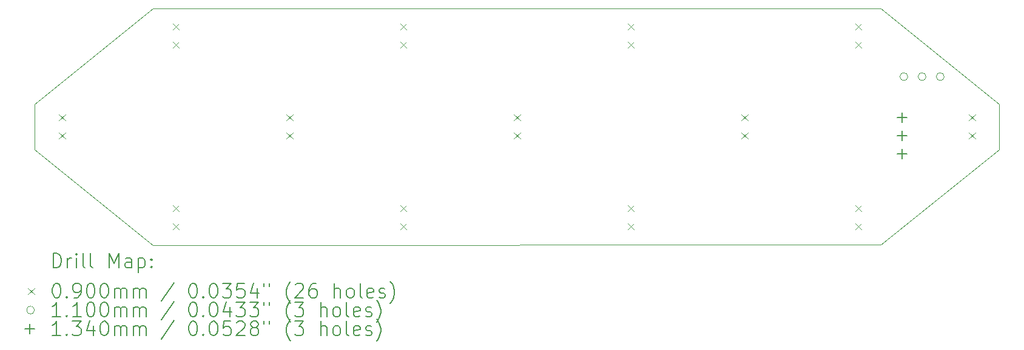
<source format=gbr>
%TF.GenerationSoftware,KiCad,Pcbnew,7.0.10*%
%TF.CreationDate,2024-10-31T16:24:40-04:00*%
%TF.ProjectId,segment,7365676d-656e-4742-9e6b-696361645f70,rev?*%
%TF.SameCoordinates,Original*%
%TF.FileFunction,Drillmap*%
%TF.FilePolarity,Positive*%
%FSLAX45Y45*%
G04 Gerber Fmt 4.5, Leading zero omitted, Abs format (unit mm)*
G04 Created by KiCad (PCBNEW 7.0.10) date 2024-10-31 16:24:40*
%MOMM*%
%LPD*%
G01*
G04 APERTURE LIST*
%ADD10C,0.100000*%
%ADD11C,0.200000*%
%ADD12C,0.110000*%
%ADD13C,0.134000*%
G04 APERTURE END LIST*
D10*
X19177000Y-9969500D02*
X19177000Y-10604500D01*
X17526000Y-11938000D01*
X7366000Y-11943000D01*
X5715000Y-10604500D01*
X5715000Y-9969500D01*
X7366000Y-8636000D01*
X17526000Y-8636000D01*
X19177000Y-9969500D01*
D11*
D10*
X6051000Y-10115000D02*
X6141000Y-10205000D01*
X6141000Y-10115000D02*
X6051000Y-10205000D01*
X6051000Y-10369000D02*
X6141000Y-10459000D01*
X6141000Y-10369000D02*
X6051000Y-10459000D01*
X7638500Y-8845000D02*
X7728500Y-8935000D01*
X7728500Y-8845000D02*
X7638500Y-8935000D01*
X7638500Y-9099000D02*
X7728500Y-9189000D01*
X7728500Y-9099000D02*
X7638500Y-9189000D01*
X7638500Y-11385000D02*
X7728500Y-11475000D01*
X7728500Y-11385000D02*
X7638500Y-11475000D01*
X7638500Y-11639000D02*
X7728500Y-11729000D01*
X7728500Y-11639000D02*
X7638500Y-11729000D01*
X9226000Y-10115000D02*
X9316000Y-10205000D01*
X9316000Y-10115000D02*
X9226000Y-10205000D01*
X9226000Y-10369000D02*
X9316000Y-10459000D01*
X9316000Y-10369000D02*
X9226000Y-10459000D01*
X10813500Y-8845000D02*
X10903500Y-8935000D01*
X10903500Y-8845000D02*
X10813500Y-8935000D01*
X10813500Y-9099000D02*
X10903500Y-9189000D01*
X10903500Y-9099000D02*
X10813500Y-9189000D01*
X10813500Y-11385000D02*
X10903500Y-11475000D01*
X10903500Y-11385000D02*
X10813500Y-11475000D01*
X10813500Y-11639000D02*
X10903500Y-11729000D01*
X10903500Y-11639000D02*
X10813500Y-11729000D01*
X12401000Y-10115000D02*
X12491000Y-10205000D01*
X12491000Y-10115000D02*
X12401000Y-10205000D01*
X12401000Y-10369000D02*
X12491000Y-10459000D01*
X12491000Y-10369000D02*
X12401000Y-10459000D01*
X13988500Y-8845000D02*
X14078500Y-8935000D01*
X14078500Y-8845000D02*
X13988500Y-8935000D01*
X13988500Y-9099000D02*
X14078500Y-9189000D01*
X14078500Y-9099000D02*
X13988500Y-9189000D01*
X13988500Y-11385000D02*
X14078500Y-11475000D01*
X14078500Y-11385000D02*
X13988500Y-11475000D01*
X13988500Y-11639000D02*
X14078500Y-11729000D01*
X14078500Y-11639000D02*
X13988500Y-11729000D01*
X15576000Y-10115000D02*
X15666000Y-10205000D01*
X15666000Y-10115000D02*
X15576000Y-10205000D01*
X15576000Y-10369000D02*
X15666000Y-10459000D01*
X15666000Y-10369000D02*
X15576000Y-10459000D01*
X17163500Y-8845000D02*
X17253500Y-8935000D01*
X17253500Y-8845000D02*
X17163500Y-8935000D01*
X17163500Y-9099000D02*
X17253500Y-9189000D01*
X17253500Y-9099000D02*
X17163500Y-9189000D01*
X17163500Y-11385000D02*
X17253500Y-11475000D01*
X17253500Y-11385000D02*
X17163500Y-11475000D01*
X17163500Y-11639000D02*
X17253500Y-11729000D01*
X17253500Y-11639000D02*
X17163500Y-11729000D01*
X18751000Y-10115000D02*
X18841000Y-10205000D01*
X18841000Y-10115000D02*
X18751000Y-10205000D01*
X18751000Y-10369000D02*
X18841000Y-10459000D01*
X18841000Y-10369000D02*
X18751000Y-10459000D01*
D12*
X17898500Y-9588500D02*
G75*
G03*
X17788500Y-9588500I-55000J0D01*
G01*
X17788500Y-9588500D02*
G75*
G03*
X17898500Y-9588500I55000J0D01*
G01*
X18152500Y-9588500D02*
G75*
G03*
X18042500Y-9588500I-55000J0D01*
G01*
X18042500Y-9588500D02*
G75*
G03*
X18152500Y-9588500I55000J0D01*
G01*
X18406500Y-9588500D02*
G75*
G03*
X18296500Y-9588500I-55000J0D01*
G01*
X18296500Y-9588500D02*
G75*
G03*
X18406500Y-9588500I55000J0D01*
G01*
D13*
X17817450Y-10093000D02*
X17817450Y-10227000D01*
X17750450Y-10160000D02*
X17884450Y-10160000D01*
X17817450Y-10347000D02*
X17817450Y-10481000D01*
X17750450Y-10414000D02*
X17884450Y-10414000D01*
X17817450Y-10601000D02*
X17817450Y-10735000D01*
X17750450Y-10668000D02*
X17884450Y-10668000D01*
D11*
X5970777Y-12259484D02*
X5970777Y-12059484D01*
X5970777Y-12059484D02*
X6018396Y-12059484D01*
X6018396Y-12059484D02*
X6046967Y-12069008D01*
X6046967Y-12069008D02*
X6066015Y-12088055D01*
X6066015Y-12088055D02*
X6075539Y-12107103D01*
X6075539Y-12107103D02*
X6085062Y-12145198D01*
X6085062Y-12145198D02*
X6085062Y-12173769D01*
X6085062Y-12173769D02*
X6075539Y-12211865D01*
X6075539Y-12211865D02*
X6066015Y-12230912D01*
X6066015Y-12230912D02*
X6046967Y-12249960D01*
X6046967Y-12249960D02*
X6018396Y-12259484D01*
X6018396Y-12259484D02*
X5970777Y-12259484D01*
X6170777Y-12259484D02*
X6170777Y-12126150D01*
X6170777Y-12164246D02*
X6180301Y-12145198D01*
X6180301Y-12145198D02*
X6189824Y-12135674D01*
X6189824Y-12135674D02*
X6208872Y-12126150D01*
X6208872Y-12126150D02*
X6227920Y-12126150D01*
X6294586Y-12259484D02*
X6294586Y-12126150D01*
X6294586Y-12059484D02*
X6285062Y-12069008D01*
X6285062Y-12069008D02*
X6294586Y-12078531D01*
X6294586Y-12078531D02*
X6304110Y-12069008D01*
X6304110Y-12069008D02*
X6294586Y-12059484D01*
X6294586Y-12059484D02*
X6294586Y-12078531D01*
X6418396Y-12259484D02*
X6399348Y-12249960D01*
X6399348Y-12249960D02*
X6389824Y-12230912D01*
X6389824Y-12230912D02*
X6389824Y-12059484D01*
X6523158Y-12259484D02*
X6504110Y-12249960D01*
X6504110Y-12249960D02*
X6494586Y-12230912D01*
X6494586Y-12230912D02*
X6494586Y-12059484D01*
X6751729Y-12259484D02*
X6751729Y-12059484D01*
X6751729Y-12059484D02*
X6818396Y-12202341D01*
X6818396Y-12202341D02*
X6885062Y-12059484D01*
X6885062Y-12059484D02*
X6885062Y-12259484D01*
X7066015Y-12259484D02*
X7066015Y-12154722D01*
X7066015Y-12154722D02*
X7056491Y-12135674D01*
X7056491Y-12135674D02*
X7037443Y-12126150D01*
X7037443Y-12126150D02*
X6999348Y-12126150D01*
X6999348Y-12126150D02*
X6980301Y-12135674D01*
X7066015Y-12249960D02*
X7046967Y-12259484D01*
X7046967Y-12259484D02*
X6999348Y-12259484D01*
X6999348Y-12259484D02*
X6980301Y-12249960D01*
X6980301Y-12249960D02*
X6970777Y-12230912D01*
X6970777Y-12230912D02*
X6970777Y-12211865D01*
X6970777Y-12211865D02*
X6980301Y-12192817D01*
X6980301Y-12192817D02*
X6999348Y-12183293D01*
X6999348Y-12183293D02*
X7046967Y-12183293D01*
X7046967Y-12183293D02*
X7066015Y-12173769D01*
X7161253Y-12126150D02*
X7161253Y-12326150D01*
X7161253Y-12135674D02*
X7180301Y-12126150D01*
X7180301Y-12126150D02*
X7218396Y-12126150D01*
X7218396Y-12126150D02*
X7237443Y-12135674D01*
X7237443Y-12135674D02*
X7246967Y-12145198D01*
X7246967Y-12145198D02*
X7256491Y-12164246D01*
X7256491Y-12164246D02*
X7256491Y-12221388D01*
X7256491Y-12221388D02*
X7246967Y-12240436D01*
X7246967Y-12240436D02*
X7237443Y-12249960D01*
X7237443Y-12249960D02*
X7218396Y-12259484D01*
X7218396Y-12259484D02*
X7180301Y-12259484D01*
X7180301Y-12259484D02*
X7161253Y-12249960D01*
X7342205Y-12240436D02*
X7351729Y-12249960D01*
X7351729Y-12249960D02*
X7342205Y-12259484D01*
X7342205Y-12259484D02*
X7332682Y-12249960D01*
X7332682Y-12249960D02*
X7342205Y-12240436D01*
X7342205Y-12240436D02*
X7342205Y-12259484D01*
X7342205Y-12135674D02*
X7351729Y-12145198D01*
X7351729Y-12145198D02*
X7342205Y-12154722D01*
X7342205Y-12154722D02*
X7332682Y-12145198D01*
X7332682Y-12145198D02*
X7342205Y-12135674D01*
X7342205Y-12135674D02*
X7342205Y-12154722D01*
D10*
X5620000Y-12543000D02*
X5710000Y-12633000D01*
X5710000Y-12543000D02*
X5620000Y-12633000D01*
D11*
X6008872Y-12479484D02*
X6027920Y-12479484D01*
X6027920Y-12479484D02*
X6046967Y-12489008D01*
X6046967Y-12489008D02*
X6056491Y-12498531D01*
X6056491Y-12498531D02*
X6066015Y-12517579D01*
X6066015Y-12517579D02*
X6075539Y-12555674D01*
X6075539Y-12555674D02*
X6075539Y-12603293D01*
X6075539Y-12603293D02*
X6066015Y-12641388D01*
X6066015Y-12641388D02*
X6056491Y-12660436D01*
X6056491Y-12660436D02*
X6046967Y-12669960D01*
X6046967Y-12669960D02*
X6027920Y-12679484D01*
X6027920Y-12679484D02*
X6008872Y-12679484D01*
X6008872Y-12679484D02*
X5989824Y-12669960D01*
X5989824Y-12669960D02*
X5980301Y-12660436D01*
X5980301Y-12660436D02*
X5970777Y-12641388D01*
X5970777Y-12641388D02*
X5961253Y-12603293D01*
X5961253Y-12603293D02*
X5961253Y-12555674D01*
X5961253Y-12555674D02*
X5970777Y-12517579D01*
X5970777Y-12517579D02*
X5980301Y-12498531D01*
X5980301Y-12498531D02*
X5989824Y-12489008D01*
X5989824Y-12489008D02*
X6008872Y-12479484D01*
X6161253Y-12660436D02*
X6170777Y-12669960D01*
X6170777Y-12669960D02*
X6161253Y-12679484D01*
X6161253Y-12679484D02*
X6151729Y-12669960D01*
X6151729Y-12669960D02*
X6161253Y-12660436D01*
X6161253Y-12660436D02*
X6161253Y-12679484D01*
X6266015Y-12679484D02*
X6304110Y-12679484D01*
X6304110Y-12679484D02*
X6323158Y-12669960D01*
X6323158Y-12669960D02*
X6332682Y-12660436D01*
X6332682Y-12660436D02*
X6351729Y-12631865D01*
X6351729Y-12631865D02*
X6361253Y-12593769D01*
X6361253Y-12593769D02*
X6361253Y-12517579D01*
X6361253Y-12517579D02*
X6351729Y-12498531D01*
X6351729Y-12498531D02*
X6342205Y-12489008D01*
X6342205Y-12489008D02*
X6323158Y-12479484D01*
X6323158Y-12479484D02*
X6285062Y-12479484D01*
X6285062Y-12479484D02*
X6266015Y-12489008D01*
X6266015Y-12489008D02*
X6256491Y-12498531D01*
X6256491Y-12498531D02*
X6246967Y-12517579D01*
X6246967Y-12517579D02*
X6246967Y-12565198D01*
X6246967Y-12565198D02*
X6256491Y-12584246D01*
X6256491Y-12584246D02*
X6266015Y-12593769D01*
X6266015Y-12593769D02*
X6285062Y-12603293D01*
X6285062Y-12603293D02*
X6323158Y-12603293D01*
X6323158Y-12603293D02*
X6342205Y-12593769D01*
X6342205Y-12593769D02*
X6351729Y-12584246D01*
X6351729Y-12584246D02*
X6361253Y-12565198D01*
X6485062Y-12479484D02*
X6504110Y-12479484D01*
X6504110Y-12479484D02*
X6523158Y-12489008D01*
X6523158Y-12489008D02*
X6532682Y-12498531D01*
X6532682Y-12498531D02*
X6542205Y-12517579D01*
X6542205Y-12517579D02*
X6551729Y-12555674D01*
X6551729Y-12555674D02*
X6551729Y-12603293D01*
X6551729Y-12603293D02*
X6542205Y-12641388D01*
X6542205Y-12641388D02*
X6532682Y-12660436D01*
X6532682Y-12660436D02*
X6523158Y-12669960D01*
X6523158Y-12669960D02*
X6504110Y-12679484D01*
X6504110Y-12679484D02*
X6485062Y-12679484D01*
X6485062Y-12679484D02*
X6466015Y-12669960D01*
X6466015Y-12669960D02*
X6456491Y-12660436D01*
X6456491Y-12660436D02*
X6446967Y-12641388D01*
X6446967Y-12641388D02*
X6437443Y-12603293D01*
X6437443Y-12603293D02*
X6437443Y-12555674D01*
X6437443Y-12555674D02*
X6446967Y-12517579D01*
X6446967Y-12517579D02*
X6456491Y-12498531D01*
X6456491Y-12498531D02*
X6466015Y-12489008D01*
X6466015Y-12489008D02*
X6485062Y-12479484D01*
X6675539Y-12479484D02*
X6694586Y-12479484D01*
X6694586Y-12479484D02*
X6713634Y-12489008D01*
X6713634Y-12489008D02*
X6723158Y-12498531D01*
X6723158Y-12498531D02*
X6732682Y-12517579D01*
X6732682Y-12517579D02*
X6742205Y-12555674D01*
X6742205Y-12555674D02*
X6742205Y-12603293D01*
X6742205Y-12603293D02*
X6732682Y-12641388D01*
X6732682Y-12641388D02*
X6723158Y-12660436D01*
X6723158Y-12660436D02*
X6713634Y-12669960D01*
X6713634Y-12669960D02*
X6694586Y-12679484D01*
X6694586Y-12679484D02*
X6675539Y-12679484D01*
X6675539Y-12679484D02*
X6656491Y-12669960D01*
X6656491Y-12669960D02*
X6646967Y-12660436D01*
X6646967Y-12660436D02*
X6637443Y-12641388D01*
X6637443Y-12641388D02*
X6627920Y-12603293D01*
X6627920Y-12603293D02*
X6627920Y-12555674D01*
X6627920Y-12555674D02*
X6637443Y-12517579D01*
X6637443Y-12517579D02*
X6646967Y-12498531D01*
X6646967Y-12498531D02*
X6656491Y-12489008D01*
X6656491Y-12489008D02*
X6675539Y-12479484D01*
X6827920Y-12679484D02*
X6827920Y-12546150D01*
X6827920Y-12565198D02*
X6837443Y-12555674D01*
X6837443Y-12555674D02*
X6856491Y-12546150D01*
X6856491Y-12546150D02*
X6885063Y-12546150D01*
X6885063Y-12546150D02*
X6904110Y-12555674D01*
X6904110Y-12555674D02*
X6913634Y-12574722D01*
X6913634Y-12574722D02*
X6913634Y-12679484D01*
X6913634Y-12574722D02*
X6923158Y-12555674D01*
X6923158Y-12555674D02*
X6942205Y-12546150D01*
X6942205Y-12546150D02*
X6970777Y-12546150D01*
X6970777Y-12546150D02*
X6989824Y-12555674D01*
X6989824Y-12555674D02*
X6999348Y-12574722D01*
X6999348Y-12574722D02*
X6999348Y-12679484D01*
X7094586Y-12679484D02*
X7094586Y-12546150D01*
X7094586Y-12565198D02*
X7104110Y-12555674D01*
X7104110Y-12555674D02*
X7123158Y-12546150D01*
X7123158Y-12546150D02*
X7151729Y-12546150D01*
X7151729Y-12546150D02*
X7170777Y-12555674D01*
X7170777Y-12555674D02*
X7180301Y-12574722D01*
X7180301Y-12574722D02*
X7180301Y-12679484D01*
X7180301Y-12574722D02*
X7189824Y-12555674D01*
X7189824Y-12555674D02*
X7208872Y-12546150D01*
X7208872Y-12546150D02*
X7237443Y-12546150D01*
X7237443Y-12546150D02*
X7256491Y-12555674D01*
X7256491Y-12555674D02*
X7266015Y-12574722D01*
X7266015Y-12574722D02*
X7266015Y-12679484D01*
X7656491Y-12469960D02*
X7485063Y-12727103D01*
X7913634Y-12479484D02*
X7932682Y-12479484D01*
X7932682Y-12479484D02*
X7951729Y-12489008D01*
X7951729Y-12489008D02*
X7961253Y-12498531D01*
X7961253Y-12498531D02*
X7970777Y-12517579D01*
X7970777Y-12517579D02*
X7980301Y-12555674D01*
X7980301Y-12555674D02*
X7980301Y-12603293D01*
X7980301Y-12603293D02*
X7970777Y-12641388D01*
X7970777Y-12641388D02*
X7961253Y-12660436D01*
X7961253Y-12660436D02*
X7951729Y-12669960D01*
X7951729Y-12669960D02*
X7932682Y-12679484D01*
X7932682Y-12679484D02*
X7913634Y-12679484D01*
X7913634Y-12679484D02*
X7894586Y-12669960D01*
X7894586Y-12669960D02*
X7885063Y-12660436D01*
X7885063Y-12660436D02*
X7875539Y-12641388D01*
X7875539Y-12641388D02*
X7866015Y-12603293D01*
X7866015Y-12603293D02*
X7866015Y-12555674D01*
X7866015Y-12555674D02*
X7875539Y-12517579D01*
X7875539Y-12517579D02*
X7885063Y-12498531D01*
X7885063Y-12498531D02*
X7894586Y-12489008D01*
X7894586Y-12489008D02*
X7913634Y-12479484D01*
X8066015Y-12660436D02*
X8075539Y-12669960D01*
X8075539Y-12669960D02*
X8066015Y-12679484D01*
X8066015Y-12679484D02*
X8056491Y-12669960D01*
X8056491Y-12669960D02*
X8066015Y-12660436D01*
X8066015Y-12660436D02*
X8066015Y-12679484D01*
X8199348Y-12479484D02*
X8218396Y-12479484D01*
X8218396Y-12479484D02*
X8237444Y-12489008D01*
X8237444Y-12489008D02*
X8246967Y-12498531D01*
X8246967Y-12498531D02*
X8256491Y-12517579D01*
X8256491Y-12517579D02*
X8266015Y-12555674D01*
X8266015Y-12555674D02*
X8266015Y-12603293D01*
X8266015Y-12603293D02*
X8256491Y-12641388D01*
X8256491Y-12641388D02*
X8246967Y-12660436D01*
X8246967Y-12660436D02*
X8237444Y-12669960D01*
X8237444Y-12669960D02*
X8218396Y-12679484D01*
X8218396Y-12679484D02*
X8199348Y-12679484D01*
X8199348Y-12679484D02*
X8180301Y-12669960D01*
X8180301Y-12669960D02*
X8170777Y-12660436D01*
X8170777Y-12660436D02*
X8161253Y-12641388D01*
X8161253Y-12641388D02*
X8151729Y-12603293D01*
X8151729Y-12603293D02*
X8151729Y-12555674D01*
X8151729Y-12555674D02*
X8161253Y-12517579D01*
X8161253Y-12517579D02*
X8170777Y-12498531D01*
X8170777Y-12498531D02*
X8180301Y-12489008D01*
X8180301Y-12489008D02*
X8199348Y-12479484D01*
X8332682Y-12479484D02*
X8456491Y-12479484D01*
X8456491Y-12479484D02*
X8389825Y-12555674D01*
X8389825Y-12555674D02*
X8418396Y-12555674D01*
X8418396Y-12555674D02*
X8437444Y-12565198D01*
X8437444Y-12565198D02*
X8446968Y-12574722D01*
X8446968Y-12574722D02*
X8456491Y-12593769D01*
X8456491Y-12593769D02*
X8456491Y-12641388D01*
X8456491Y-12641388D02*
X8446968Y-12660436D01*
X8446968Y-12660436D02*
X8437444Y-12669960D01*
X8437444Y-12669960D02*
X8418396Y-12679484D01*
X8418396Y-12679484D02*
X8361253Y-12679484D01*
X8361253Y-12679484D02*
X8342206Y-12669960D01*
X8342206Y-12669960D02*
X8332682Y-12660436D01*
X8637444Y-12479484D02*
X8542206Y-12479484D01*
X8542206Y-12479484D02*
X8532682Y-12574722D01*
X8532682Y-12574722D02*
X8542206Y-12565198D01*
X8542206Y-12565198D02*
X8561253Y-12555674D01*
X8561253Y-12555674D02*
X8608872Y-12555674D01*
X8608872Y-12555674D02*
X8627920Y-12565198D01*
X8627920Y-12565198D02*
X8637444Y-12574722D01*
X8637444Y-12574722D02*
X8646968Y-12593769D01*
X8646968Y-12593769D02*
X8646968Y-12641388D01*
X8646968Y-12641388D02*
X8637444Y-12660436D01*
X8637444Y-12660436D02*
X8627920Y-12669960D01*
X8627920Y-12669960D02*
X8608872Y-12679484D01*
X8608872Y-12679484D02*
X8561253Y-12679484D01*
X8561253Y-12679484D02*
X8542206Y-12669960D01*
X8542206Y-12669960D02*
X8532682Y-12660436D01*
X8818396Y-12546150D02*
X8818396Y-12679484D01*
X8770777Y-12469960D02*
X8723158Y-12612817D01*
X8723158Y-12612817D02*
X8846968Y-12612817D01*
X8913634Y-12479484D02*
X8913634Y-12517579D01*
X8989825Y-12479484D02*
X8989825Y-12517579D01*
X9285063Y-12755674D02*
X9275539Y-12746150D01*
X9275539Y-12746150D02*
X9256491Y-12717579D01*
X9256491Y-12717579D02*
X9246968Y-12698531D01*
X9246968Y-12698531D02*
X9237444Y-12669960D01*
X9237444Y-12669960D02*
X9227920Y-12622341D01*
X9227920Y-12622341D02*
X9227920Y-12584246D01*
X9227920Y-12584246D02*
X9237444Y-12536627D01*
X9237444Y-12536627D02*
X9246968Y-12508055D01*
X9246968Y-12508055D02*
X9256491Y-12489008D01*
X9256491Y-12489008D02*
X9275539Y-12460436D01*
X9275539Y-12460436D02*
X9285063Y-12450912D01*
X9351730Y-12498531D02*
X9361253Y-12489008D01*
X9361253Y-12489008D02*
X9380301Y-12479484D01*
X9380301Y-12479484D02*
X9427920Y-12479484D01*
X9427920Y-12479484D02*
X9446968Y-12489008D01*
X9446968Y-12489008D02*
X9456491Y-12498531D01*
X9456491Y-12498531D02*
X9466015Y-12517579D01*
X9466015Y-12517579D02*
X9466015Y-12536627D01*
X9466015Y-12536627D02*
X9456491Y-12565198D01*
X9456491Y-12565198D02*
X9342206Y-12679484D01*
X9342206Y-12679484D02*
X9466015Y-12679484D01*
X9637444Y-12479484D02*
X9599349Y-12479484D01*
X9599349Y-12479484D02*
X9580301Y-12489008D01*
X9580301Y-12489008D02*
X9570777Y-12498531D01*
X9570777Y-12498531D02*
X9551730Y-12527103D01*
X9551730Y-12527103D02*
X9542206Y-12565198D01*
X9542206Y-12565198D02*
X9542206Y-12641388D01*
X9542206Y-12641388D02*
X9551730Y-12660436D01*
X9551730Y-12660436D02*
X9561253Y-12669960D01*
X9561253Y-12669960D02*
X9580301Y-12679484D01*
X9580301Y-12679484D02*
X9618396Y-12679484D01*
X9618396Y-12679484D02*
X9637444Y-12669960D01*
X9637444Y-12669960D02*
X9646968Y-12660436D01*
X9646968Y-12660436D02*
X9656491Y-12641388D01*
X9656491Y-12641388D02*
X9656491Y-12593769D01*
X9656491Y-12593769D02*
X9646968Y-12574722D01*
X9646968Y-12574722D02*
X9637444Y-12565198D01*
X9637444Y-12565198D02*
X9618396Y-12555674D01*
X9618396Y-12555674D02*
X9580301Y-12555674D01*
X9580301Y-12555674D02*
X9561253Y-12565198D01*
X9561253Y-12565198D02*
X9551730Y-12574722D01*
X9551730Y-12574722D02*
X9542206Y-12593769D01*
X9894587Y-12679484D02*
X9894587Y-12479484D01*
X9980301Y-12679484D02*
X9980301Y-12574722D01*
X9980301Y-12574722D02*
X9970777Y-12555674D01*
X9970777Y-12555674D02*
X9951730Y-12546150D01*
X9951730Y-12546150D02*
X9923158Y-12546150D01*
X9923158Y-12546150D02*
X9904111Y-12555674D01*
X9904111Y-12555674D02*
X9894587Y-12565198D01*
X10104111Y-12679484D02*
X10085063Y-12669960D01*
X10085063Y-12669960D02*
X10075539Y-12660436D01*
X10075539Y-12660436D02*
X10066015Y-12641388D01*
X10066015Y-12641388D02*
X10066015Y-12584246D01*
X10066015Y-12584246D02*
X10075539Y-12565198D01*
X10075539Y-12565198D02*
X10085063Y-12555674D01*
X10085063Y-12555674D02*
X10104111Y-12546150D01*
X10104111Y-12546150D02*
X10132682Y-12546150D01*
X10132682Y-12546150D02*
X10151730Y-12555674D01*
X10151730Y-12555674D02*
X10161253Y-12565198D01*
X10161253Y-12565198D02*
X10170777Y-12584246D01*
X10170777Y-12584246D02*
X10170777Y-12641388D01*
X10170777Y-12641388D02*
X10161253Y-12660436D01*
X10161253Y-12660436D02*
X10151730Y-12669960D01*
X10151730Y-12669960D02*
X10132682Y-12679484D01*
X10132682Y-12679484D02*
X10104111Y-12679484D01*
X10285063Y-12679484D02*
X10266015Y-12669960D01*
X10266015Y-12669960D02*
X10256492Y-12650912D01*
X10256492Y-12650912D02*
X10256492Y-12479484D01*
X10437444Y-12669960D02*
X10418396Y-12679484D01*
X10418396Y-12679484D02*
X10380301Y-12679484D01*
X10380301Y-12679484D02*
X10361253Y-12669960D01*
X10361253Y-12669960D02*
X10351730Y-12650912D01*
X10351730Y-12650912D02*
X10351730Y-12574722D01*
X10351730Y-12574722D02*
X10361253Y-12555674D01*
X10361253Y-12555674D02*
X10380301Y-12546150D01*
X10380301Y-12546150D02*
X10418396Y-12546150D01*
X10418396Y-12546150D02*
X10437444Y-12555674D01*
X10437444Y-12555674D02*
X10446968Y-12574722D01*
X10446968Y-12574722D02*
X10446968Y-12593769D01*
X10446968Y-12593769D02*
X10351730Y-12612817D01*
X10523158Y-12669960D02*
X10542206Y-12679484D01*
X10542206Y-12679484D02*
X10580301Y-12679484D01*
X10580301Y-12679484D02*
X10599349Y-12669960D01*
X10599349Y-12669960D02*
X10608873Y-12650912D01*
X10608873Y-12650912D02*
X10608873Y-12641388D01*
X10608873Y-12641388D02*
X10599349Y-12622341D01*
X10599349Y-12622341D02*
X10580301Y-12612817D01*
X10580301Y-12612817D02*
X10551730Y-12612817D01*
X10551730Y-12612817D02*
X10532682Y-12603293D01*
X10532682Y-12603293D02*
X10523158Y-12584246D01*
X10523158Y-12584246D02*
X10523158Y-12574722D01*
X10523158Y-12574722D02*
X10532682Y-12555674D01*
X10532682Y-12555674D02*
X10551730Y-12546150D01*
X10551730Y-12546150D02*
X10580301Y-12546150D01*
X10580301Y-12546150D02*
X10599349Y-12555674D01*
X10675539Y-12755674D02*
X10685063Y-12746150D01*
X10685063Y-12746150D02*
X10704111Y-12717579D01*
X10704111Y-12717579D02*
X10713634Y-12698531D01*
X10713634Y-12698531D02*
X10723158Y-12669960D01*
X10723158Y-12669960D02*
X10732682Y-12622341D01*
X10732682Y-12622341D02*
X10732682Y-12584246D01*
X10732682Y-12584246D02*
X10723158Y-12536627D01*
X10723158Y-12536627D02*
X10713634Y-12508055D01*
X10713634Y-12508055D02*
X10704111Y-12489008D01*
X10704111Y-12489008D02*
X10685063Y-12460436D01*
X10685063Y-12460436D02*
X10675539Y-12450912D01*
D12*
X5710000Y-12852000D02*
G75*
G03*
X5600000Y-12852000I-55000J0D01*
G01*
X5600000Y-12852000D02*
G75*
G03*
X5710000Y-12852000I55000J0D01*
G01*
D11*
X6075539Y-12943484D02*
X5961253Y-12943484D01*
X6018396Y-12943484D02*
X6018396Y-12743484D01*
X6018396Y-12743484D02*
X5999348Y-12772055D01*
X5999348Y-12772055D02*
X5980301Y-12791103D01*
X5980301Y-12791103D02*
X5961253Y-12800627D01*
X6161253Y-12924436D02*
X6170777Y-12933960D01*
X6170777Y-12933960D02*
X6161253Y-12943484D01*
X6161253Y-12943484D02*
X6151729Y-12933960D01*
X6151729Y-12933960D02*
X6161253Y-12924436D01*
X6161253Y-12924436D02*
X6161253Y-12943484D01*
X6361253Y-12943484D02*
X6246967Y-12943484D01*
X6304110Y-12943484D02*
X6304110Y-12743484D01*
X6304110Y-12743484D02*
X6285062Y-12772055D01*
X6285062Y-12772055D02*
X6266015Y-12791103D01*
X6266015Y-12791103D02*
X6246967Y-12800627D01*
X6485062Y-12743484D02*
X6504110Y-12743484D01*
X6504110Y-12743484D02*
X6523158Y-12753008D01*
X6523158Y-12753008D02*
X6532682Y-12762531D01*
X6532682Y-12762531D02*
X6542205Y-12781579D01*
X6542205Y-12781579D02*
X6551729Y-12819674D01*
X6551729Y-12819674D02*
X6551729Y-12867293D01*
X6551729Y-12867293D02*
X6542205Y-12905388D01*
X6542205Y-12905388D02*
X6532682Y-12924436D01*
X6532682Y-12924436D02*
X6523158Y-12933960D01*
X6523158Y-12933960D02*
X6504110Y-12943484D01*
X6504110Y-12943484D02*
X6485062Y-12943484D01*
X6485062Y-12943484D02*
X6466015Y-12933960D01*
X6466015Y-12933960D02*
X6456491Y-12924436D01*
X6456491Y-12924436D02*
X6446967Y-12905388D01*
X6446967Y-12905388D02*
X6437443Y-12867293D01*
X6437443Y-12867293D02*
X6437443Y-12819674D01*
X6437443Y-12819674D02*
X6446967Y-12781579D01*
X6446967Y-12781579D02*
X6456491Y-12762531D01*
X6456491Y-12762531D02*
X6466015Y-12753008D01*
X6466015Y-12753008D02*
X6485062Y-12743484D01*
X6675539Y-12743484D02*
X6694586Y-12743484D01*
X6694586Y-12743484D02*
X6713634Y-12753008D01*
X6713634Y-12753008D02*
X6723158Y-12762531D01*
X6723158Y-12762531D02*
X6732682Y-12781579D01*
X6732682Y-12781579D02*
X6742205Y-12819674D01*
X6742205Y-12819674D02*
X6742205Y-12867293D01*
X6742205Y-12867293D02*
X6732682Y-12905388D01*
X6732682Y-12905388D02*
X6723158Y-12924436D01*
X6723158Y-12924436D02*
X6713634Y-12933960D01*
X6713634Y-12933960D02*
X6694586Y-12943484D01*
X6694586Y-12943484D02*
X6675539Y-12943484D01*
X6675539Y-12943484D02*
X6656491Y-12933960D01*
X6656491Y-12933960D02*
X6646967Y-12924436D01*
X6646967Y-12924436D02*
X6637443Y-12905388D01*
X6637443Y-12905388D02*
X6627920Y-12867293D01*
X6627920Y-12867293D02*
X6627920Y-12819674D01*
X6627920Y-12819674D02*
X6637443Y-12781579D01*
X6637443Y-12781579D02*
X6646967Y-12762531D01*
X6646967Y-12762531D02*
X6656491Y-12753008D01*
X6656491Y-12753008D02*
X6675539Y-12743484D01*
X6827920Y-12943484D02*
X6827920Y-12810150D01*
X6827920Y-12829198D02*
X6837443Y-12819674D01*
X6837443Y-12819674D02*
X6856491Y-12810150D01*
X6856491Y-12810150D02*
X6885063Y-12810150D01*
X6885063Y-12810150D02*
X6904110Y-12819674D01*
X6904110Y-12819674D02*
X6913634Y-12838722D01*
X6913634Y-12838722D02*
X6913634Y-12943484D01*
X6913634Y-12838722D02*
X6923158Y-12819674D01*
X6923158Y-12819674D02*
X6942205Y-12810150D01*
X6942205Y-12810150D02*
X6970777Y-12810150D01*
X6970777Y-12810150D02*
X6989824Y-12819674D01*
X6989824Y-12819674D02*
X6999348Y-12838722D01*
X6999348Y-12838722D02*
X6999348Y-12943484D01*
X7094586Y-12943484D02*
X7094586Y-12810150D01*
X7094586Y-12829198D02*
X7104110Y-12819674D01*
X7104110Y-12819674D02*
X7123158Y-12810150D01*
X7123158Y-12810150D02*
X7151729Y-12810150D01*
X7151729Y-12810150D02*
X7170777Y-12819674D01*
X7170777Y-12819674D02*
X7180301Y-12838722D01*
X7180301Y-12838722D02*
X7180301Y-12943484D01*
X7180301Y-12838722D02*
X7189824Y-12819674D01*
X7189824Y-12819674D02*
X7208872Y-12810150D01*
X7208872Y-12810150D02*
X7237443Y-12810150D01*
X7237443Y-12810150D02*
X7256491Y-12819674D01*
X7256491Y-12819674D02*
X7266015Y-12838722D01*
X7266015Y-12838722D02*
X7266015Y-12943484D01*
X7656491Y-12733960D02*
X7485063Y-12991103D01*
X7913634Y-12743484D02*
X7932682Y-12743484D01*
X7932682Y-12743484D02*
X7951729Y-12753008D01*
X7951729Y-12753008D02*
X7961253Y-12762531D01*
X7961253Y-12762531D02*
X7970777Y-12781579D01*
X7970777Y-12781579D02*
X7980301Y-12819674D01*
X7980301Y-12819674D02*
X7980301Y-12867293D01*
X7980301Y-12867293D02*
X7970777Y-12905388D01*
X7970777Y-12905388D02*
X7961253Y-12924436D01*
X7961253Y-12924436D02*
X7951729Y-12933960D01*
X7951729Y-12933960D02*
X7932682Y-12943484D01*
X7932682Y-12943484D02*
X7913634Y-12943484D01*
X7913634Y-12943484D02*
X7894586Y-12933960D01*
X7894586Y-12933960D02*
X7885063Y-12924436D01*
X7885063Y-12924436D02*
X7875539Y-12905388D01*
X7875539Y-12905388D02*
X7866015Y-12867293D01*
X7866015Y-12867293D02*
X7866015Y-12819674D01*
X7866015Y-12819674D02*
X7875539Y-12781579D01*
X7875539Y-12781579D02*
X7885063Y-12762531D01*
X7885063Y-12762531D02*
X7894586Y-12753008D01*
X7894586Y-12753008D02*
X7913634Y-12743484D01*
X8066015Y-12924436D02*
X8075539Y-12933960D01*
X8075539Y-12933960D02*
X8066015Y-12943484D01*
X8066015Y-12943484D02*
X8056491Y-12933960D01*
X8056491Y-12933960D02*
X8066015Y-12924436D01*
X8066015Y-12924436D02*
X8066015Y-12943484D01*
X8199348Y-12743484D02*
X8218396Y-12743484D01*
X8218396Y-12743484D02*
X8237444Y-12753008D01*
X8237444Y-12753008D02*
X8246967Y-12762531D01*
X8246967Y-12762531D02*
X8256491Y-12781579D01*
X8256491Y-12781579D02*
X8266015Y-12819674D01*
X8266015Y-12819674D02*
X8266015Y-12867293D01*
X8266015Y-12867293D02*
X8256491Y-12905388D01*
X8256491Y-12905388D02*
X8246967Y-12924436D01*
X8246967Y-12924436D02*
X8237444Y-12933960D01*
X8237444Y-12933960D02*
X8218396Y-12943484D01*
X8218396Y-12943484D02*
X8199348Y-12943484D01*
X8199348Y-12943484D02*
X8180301Y-12933960D01*
X8180301Y-12933960D02*
X8170777Y-12924436D01*
X8170777Y-12924436D02*
X8161253Y-12905388D01*
X8161253Y-12905388D02*
X8151729Y-12867293D01*
X8151729Y-12867293D02*
X8151729Y-12819674D01*
X8151729Y-12819674D02*
X8161253Y-12781579D01*
X8161253Y-12781579D02*
X8170777Y-12762531D01*
X8170777Y-12762531D02*
X8180301Y-12753008D01*
X8180301Y-12753008D02*
X8199348Y-12743484D01*
X8437444Y-12810150D02*
X8437444Y-12943484D01*
X8389825Y-12733960D02*
X8342206Y-12876817D01*
X8342206Y-12876817D02*
X8466015Y-12876817D01*
X8523158Y-12743484D02*
X8646968Y-12743484D01*
X8646968Y-12743484D02*
X8580301Y-12819674D01*
X8580301Y-12819674D02*
X8608872Y-12819674D01*
X8608872Y-12819674D02*
X8627920Y-12829198D01*
X8627920Y-12829198D02*
X8637444Y-12838722D01*
X8637444Y-12838722D02*
X8646968Y-12857769D01*
X8646968Y-12857769D02*
X8646968Y-12905388D01*
X8646968Y-12905388D02*
X8637444Y-12924436D01*
X8637444Y-12924436D02*
X8627920Y-12933960D01*
X8627920Y-12933960D02*
X8608872Y-12943484D01*
X8608872Y-12943484D02*
X8551729Y-12943484D01*
X8551729Y-12943484D02*
X8532682Y-12933960D01*
X8532682Y-12933960D02*
X8523158Y-12924436D01*
X8713634Y-12743484D02*
X8837444Y-12743484D01*
X8837444Y-12743484D02*
X8770777Y-12819674D01*
X8770777Y-12819674D02*
X8799349Y-12819674D01*
X8799349Y-12819674D02*
X8818396Y-12829198D01*
X8818396Y-12829198D02*
X8827920Y-12838722D01*
X8827920Y-12838722D02*
X8837444Y-12857769D01*
X8837444Y-12857769D02*
X8837444Y-12905388D01*
X8837444Y-12905388D02*
X8827920Y-12924436D01*
X8827920Y-12924436D02*
X8818396Y-12933960D01*
X8818396Y-12933960D02*
X8799349Y-12943484D01*
X8799349Y-12943484D02*
X8742206Y-12943484D01*
X8742206Y-12943484D02*
X8723158Y-12933960D01*
X8723158Y-12933960D02*
X8713634Y-12924436D01*
X8913634Y-12743484D02*
X8913634Y-12781579D01*
X8989825Y-12743484D02*
X8989825Y-12781579D01*
X9285063Y-13019674D02*
X9275539Y-13010150D01*
X9275539Y-13010150D02*
X9256491Y-12981579D01*
X9256491Y-12981579D02*
X9246968Y-12962531D01*
X9246968Y-12962531D02*
X9237444Y-12933960D01*
X9237444Y-12933960D02*
X9227920Y-12886341D01*
X9227920Y-12886341D02*
X9227920Y-12848246D01*
X9227920Y-12848246D02*
X9237444Y-12800627D01*
X9237444Y-12800627D02*
X9246968Y-12772055D01*
X9246968Y-12772055D02*
X9256491Y-12753008D01*
X9256491Y-12753008D02*
X9275539Y-12724436D01*
X9275539Y-12724436D02*
X9285063Y-12714912D01*
X9342206Y-12743484D02*
X9466015Y-12743484D01*
X9466015Y-12743484D02*
X9399349Y-12819674D01*
X9399349Y-12819674D02*
X9427920Y-12819674D01*
X9427920Y-12819674D02*
X9446968Y-12829198D01*
X9446968Y-12829198D02*
X9456491Y-12838722D01*
X9456491Y-12838722D02*
X9466015Y-12857769D01*
X9466015Y-12857769D02*
X9466015Y-12905388D01*
X9466015Y-12905388D02*
X9456491Y-12924436D01*
X9456491Y-12924436D02*
X9446968Y-12933960D01*
X9446968Y-12933960D02*
X9427920Y-12943484D01*
X9427920Y-12943484D02*
X9370777Y-12943484D01*
X9370777Y-12943484D02*
X9351730Y-12933960D01*
X9351730Y-12933960D02*
X9342206Y-12924436D01*
X9704111Y-12943484D02*
X9704111Y-12743484D01*
X9789825Y-12943484D02*
X9789825Y-12838722D01*
X9789825Y-12838722D02*
X9780301Y-12819674D01*
X9780301Y-12819674D02*
X9761253Y-12810150D01*
X9761253Y-12810150D02*
X9732682Y-12810150D01*
X9732682Y-12810150D02*
X9713634Y-12819674D01*
X9713634Y-12819674D02*
X9704111Y-12829198D01*
X9913634Y-12943484D02*
X9894587Y-12933960D01*
X9894587Y-12933960D02*
X9885063Y-12924436D01*
X9885063Y-12924436D02*
X9875539Y-12905388D01*
X9875539Y-12905388D02*
X9875539Y-12848246D01*
X9875539Y-12848246D02*
X9885063Y-12829198D01*
X9885063Y-12829198D02*
X9894587Y-12819674D01*
X9894587Y-12819674D02*
X9913634Y-12810150D01*
X9913634Y-12810150D02*
X9942206Y-12810150D01*
X9942206Y-12810150D02*
X9961253Y-12819674D01*
X9961253Y-12819674D02*
X9970777Y-12829198D01*
X9970777Y-12829198D02*
X9980301Y-12848246D01*
X9980301Y-12848246D02*
X9980301Y-12905388D01*
X9980301Y-12905388D02*
X9970777Y-12924436D01*
X9970777Y-12924436D02*
X9961253Y-12933960D01*
X9961253Y-12933960D02*
X9942206Y-12943484D01*
X9942206Y-12943484D02*
X9913634Y-12943484D01*
X10094587Y-12943484D02*
X10075539Y-12933960D01*
X10075539Y-12933960D02*
X10066015Y-12914912D01*
X10066015Y-12914912D02*
X10066015Y-12743484D01*
X10246968Y-12933960D02*
X10227920Y-12943484D01*
X10227920Y-12943484D02*
X10189825Y-12943484D01*
X10189825Y-12943484D02*
X10170777Y-12933960D01*
X10170777Y-12933960D02*
X10161253Y-12914912D01*
X10161253Y-12914912D02*
X10161253Y-12838722D01*
X10161253Y-12838722D02*
X10170777Y-12819674D01*
X10170777Y-12819674D02*
X10189825Y-12810150D01*
X10189825Y-12810150D02*
X10227920Y-12810150D01*
X10227920Y-12810150D02*
X10246968Y-12819674D01*
X10246968Y-12819674D02*
X10256492Y-12838722D01*
X10256492Y-12838722D02*
X10256492Y-12857769D01*
X10256492Y-12857769D02*
X10161253Y-12876817D01*
X10332682Y-12933960D02*
X10351730Y-12943484D01*
X10351730Y-12943484D02*
X10389825Y-12943484D01*
X10389825Y-12943484D02*
X10408873Y-12933960D01*
X10408873Y-12933960D02*
X10418396Y-12914912D01*
X10418396Y-12914912D02*
X10418396Y-12905388D01*
X10418396Y-12905388D02*
X10408873Y-12886341D01*
X10408873Y-12886341D02*
X10389825Y-12876817D01*
X10389825Y-12876817D02*
X10361253Y-12876817D01*
X10361253Y-12876817D02*
X10342206Y-12867293D01*
X10342206Y-12867293D02*
X10332682Y-12848246D01*
X10332682Y-12848246D02*
X10332682Y-12838722D01*
X10332682Y-12838722D02*
X10342206Y-12819674D01*
X10342206Y-12819674D02*
X10361253Y-12810150D01*
X10361253Y-12810150D02*
X10389825Y-12810150D01*
X10389825Y-12810150D02*
X10408873Y-12819674D01*
X10485063Y-13019674D02*
X10494587Y-13010150D01*
X10494587Y-13010150D02*
X10513634Y-12981579D01*
X10513634Y-12981579D02*
X10523158Y-12962531D01*
X10523158Y-12962531D02*
X10532682Y-12933960D01*
X10532682Y-12933960D02*
X10542206Y-12886341D01*
X10542206Y-12886341D02*
X10542206Y-12848246D01*
X10542206Y-12848246D02*
X10532682Y-12800627D01*
X10532682Y-12800627D02*
X10523158Y-12772055D01*
X10523158Y-12772055D02*
X10513634Y-12753008D01*
X10513634Y-12753008D02*
X10494587Y-12724436D01*
X10494587Y-12724436D02*
X10485063Y-12714912D01*
D13*
X5643000Y-13049000D02*
X5643000Y-13183000D01*
X5576000Y-13116000D02*
X5710000Y-13116000D01*
D11*
X6075539Y-13207484D02*
X5961253Y-13207484D01*
X6018396Y-13207484D02*
X6018396Y-13007484D01*
X6018396Y-13007484D02*
X5999348Y-13036055D01*
X5999348Y-13036055D02*
X5980301Y-13055103D01*
X5980301Y-13055103D02*
X5961253Y-13064627D01*
X6161253Y-13188436D02*
X6170777Y-13197960D01*
X6170777Y-13197960D02*
X6161253Y-13207484D01*
X6161253Y-13207484D02*
X6151729Y-13197960D01*
X6151729Y-13197960D02*
X6161253Y-13188436D01*
X6161253Y-13188436D02*
X6161253Y-13207484D01*
X6237443Y-13007484D02*
X6361253Y-13007484D01*
X6361253Y-13007484D02*
X6294586Y-13083674D01*
X6294586Y-13083674D02*
X6323158Y-13083674D01*
X6323158Y-13083674D02*
X6342205Y-13093198D01*
X6342205Y-13093198D02*
X6351729Y-13102722D01*
X6351729Y-13102722D02*
X6361253Y-13121769D01*
X6361253Y-13121769D02*
X6361253Y-13169388D01*
X6361253Y-13169388D02*
X6351729Y-13188436D01*
X6351729Y-13188436D02*
X6342205Y-13197960D01*
X6342205Y-13197960D02*
X6323158Y-13207484D01*
X6323158Y-13207484D02*
X6266015Y-13207484D01*
X6266015Y-13207484D02*
X6246967Y-13197960D01*
X6246967Y-13197960D02*
X6237443Y-13188436D01*
X6532682Y-13074150D02*
X6532682Y-13207484D01*
X6485062Y-12997960D02*
X6437443Y-13140817D01*
X6437443Y-13140817D02*
X6561253Y-13140817D01*
X6675539Y-13007484D02*
X6694586Y-13007484D01*
X6694586Y-13007484D02*
X6713634Y-13017008D01*
X6713634Y-13017008D02*
X6723158Y-13026531D01*
X6723158Y-13026531D02*
X6732682Y-13045579D01*
X6732682Y-13045579D02*
X6742205Y-13083674D01*
X6742205Y-13083674D02*
X6742205Y-13131293D01*
X6742205Y-13131293D02*
X6732682Y-13169388D01*
X6732682Y-13169388D02*
X6723158Y-13188436D01*
X6723158Y-13188436D02*
X6713634Y-13197960D01*
X6713634Y-13197960D02*
X6694586Y-13207484D01*
X6694586Y-13207484D02*
X6675539Y-13207484D01*
X6675539Y-13207484D02*
X6656491Y-13197960D01*
X6656491Y-13197960D02*
X6646967Y-13188436D01*
X6646967Y-13188436D02*
X6637443Y-13169388D01*
X6637443Y-13169388D02*
X6627920Y-13131293D01*
X6627920Y-13131293D02*
X6627920Y-13083674D01*
X6627920Y-13083674D02*
X6637443Y-13045579D01*
X6637443Y-13045579D02*
X6646967Y-13026531D01*
X6646967Y-13026531D02*
X6656491Y-13017008D01*
X6656491Y-13017008D02*
X6675539Y-13007484D01*
X6827920Y-13207484D02*
X6827920Y-13074150D01*
X6827920Y-13093198D02*
X6837443Y-13083674D01*
X6837443Y-13083674D02*
X6856491Y-13074150D01*
X6856491Y-13074150D02*
X6885063Y-13074150D01*
X6885063Y-13074150D02*
X6904110Y-13083674D01*
X6904110Y-13083674D02*
X6913634Y-13102722D01*
X6913634Y-13102722D02*
X6913634Y-13207484D01*
X6913634Y-13102722D02*
X6923158Y-13083674D01*
X6923158Y-13083674D02*
X6942205Y-13074150D01*
X6942205Y-13074150D02*
X6970777Y-13074150D01*
X6970777Y-13074150D02*
X6989824Y-13083674D01*
X6989824Y-13083674D02*
X6999348Y-13102722D01*
X6999348Y-13102722D02*
X6999348Y-13207484D01*
X7094586Y-13207484D02*
X7094586Y-13074150D01*
X7094586Y-13093198D02*
X7104110Y-13083674D01*
X7104110Y-13083674D02*
X7123158Y-13074150D01*
X7123158Y-13074150D02*
X7151729Y-13074150D01*
X7151729Y-13074150D02*
X7170777Y-13083674D01*
X7170777Y-13083674D02*
X7180301Y-13102722D01*
X7180301Y-13102722D02*
X7180301Y-13207484D01*
X7180301Y-13102722D02*
X7189824Y-13083674D01*
X7189824Y-13083674D02*
X7208872Y-13074150D01*
X7208872Y-13074150D02*
X7237443Y-13074150D01*
X7237443Y-13074150D02*
X7256491Y-13083674D01*
X7256491Y-13083674D02*
X7266015Y-13102722D01*
X7266015Y-13102722D02*
X7266015Y-13207484D01*
X7656491Y-12997960D02*
X7485063Y-13255103D01*
X7913634Y-13007484D02*
X7932682Y-13007484D01*
X7932682Y-13007484D02*
X7951729Y-13017008D01*
X7951729Y-13017008D02*
X7961253Y-13026531D01*
X7961253Y-13026531D02*
X7970777Y-13045579D01*
X7970777Y-13045579D02*
X7980301Y-13083674D01*
X7980301Y-13083674D02*
X7980301Y-13131293D01*
X7980301Y-13131293D02*
X7970777Y-13169388D01*
X7970777Y-13169388D02*
X7961253Y-13188436D01*
X7961253Y-13188436D02*
X7951729Y-13197960D01*
X7951729Y-13197960D02*
X7932682Y-13207484D01*
X7932682Y-13207484D02*
X7913634Y-13207484D01*
X7913634Y-13207484D02*
X7894586Y-13197960D01*
X7894586Y-13197960D02*
X7885063Y-13188436D01*
X7885063Y-13188436D02*
X7875539Y-13169388D01*
X7875539Y-13169388D02*
X7866015Y-13131293D01*
X7866015Y-13131293D02*
X7866015Y-13083674D01*
X7866015Y-13083674D02*
X7875539Y-13045579D01*
X7875539Y-13045579D02*
X7885063Y-13026531D01*
X7885063Y-13026531D02*
X7894586Y-13017008D01*
X7894586Y-13017008D02*
X7913634Y-13007484D01*
X8066015Y-13188436D02*
X8075539Y-13197960D01*
X8075539Y-13197960D02*
X8066015Y-13207484D01*
X8066015Y-13207484D02*
X8056491Y-13197960D01*
X8056491Y-13197960D02*
X8066015Y-13188436D01*
X8066015Y-13188436D02*
X8066015Y-13207484D01*
X8199348Y-13007484D02*
X8218396Y-13007484D01*
X8218396Y-13007484D02*
X8237444Y-13017008D01*
X8237444Y-13017008D02*
X8246967Y-13026531D01*
X8246967Y-13026531D02*
X8256491Y-13045579D01*
X8256491Y-13045579D02*
X8266015Y-13083674D01*
X8266015Y-13083674D02*
X8266015Y-13131293D01*
X8266015Y-13131293D02*
X8256491Y-13169388D01*
X8256491Y-13169388D02*
X8246967Y-13188436D01*
X8246967Y-13188436D02*
X8237444Y-13197960D01*
X8237444Y-13197960D02*
X8218396Y-13207484D01*
X8218396Y-13207484D02*
X8199348Y-13207484D01*
X8199348Y-13207484D02*
X8180301Y-13197960D01*
X8180301Y-13197960D02*
X8170777Y-13188436D01*
X8170777Y-13188436D02*
X8161253Y-13169388D01*
X8161253Y-13169388D02*
X8151729Y-13131293D01*
X8151729Y-13131293D02*
X8151729Y-13083674D01*
X8151729Y-13083674D02*
X8161253Y-13045579D01*
X8161253Y-13045579D02*
X8170777Y-13026531D01*
X8170777Y-13026531D02*
X8180301Y-13017008D01*
X8180301Y-13017008D02*
X8199348Y-13007484D01*
X8446968Y-13007484D02*
X8351729Y-13007484D01*
X8351729Y-13007484D02*
X8342206Y-13102722D01*
X8342206Y-13102722D02*
X8351729Y-13093198D01*
X8351729Y-13093198D02*
X8370777Y-13083674D01*
X8370777Y-13083674D02*
X8418396Y-13083674D01*
X8418396Y-13083674D02*
X8437444Y-13093198D01*
X8437444Y-13093198D02*
X8446968Y-13102722D01*
X8446968Y-13102722D02*
X8456491Y-13121769D01*
X8456491Y-13121769D02*
X8456491Y-13169388D01*
X8456491Y-13169388D02*
X8446968Y-13188436D01*
X8446968Y-13188436D02*
X8437444Y-13197960D01*
X8437444Y-13197960D02*
X8418396Y-13207484D01*
X8418396Y-13207484D02*
X8370777Y-13207484D01*
X8370777Y-13207484D02*
X8351729Y-13197960D01*
X8351729Y-13197960D02*
X8342206Y-13188436D01*
X8532682Y-13026531D02*
X8542206Y-13017008D01*
X8542206Y-13017008D02*
X8561253Y-13007484D01*
X8561253Y-13007484D02*
X8608872Y-13007484D01*
X8608872Y-13007484D02*
X8627920Y-13017008D01*
X8627920Y-13017008D02*
X8637444Y-13026531D01*
X8637444Y-13026531D02*
X8646968Y-13045579D01*
X8646968Y-13045579D02*
X8646968Y-13064627D01*
X8646968Y-13064627D02*
X8637444Y-13093198D01*
X8637444Y-13093198D02*
X8523158Y-13207484D01*
X8523158Y-13207484D02*
X8646968Y-13207484D01*
X8761253Y-13093198D02*
X8742206Y-13083674D01*
X8742206Y-13083674D02*
X8732682Y-13074150D01*
X8732682Y-13074150D02*
X8723158Y-13055103D01*
X8723158Y-13055103D02*
X8723158Y-13045579D01*
X8723158Y-13045579D02*
X8732682Y-13026531D01*
X8732682Y-13026531D02*
X8742206Y-13017008D01*
X8742206Y-13017008D02*
X8761253Y-13007484D01*
X8761253Y-13007484D02*
X8799349Y-13007484D01*
X8799349Y-13007484D02*
X8818396Y-13017008D01*
X8818396Y-13017008D02*
X8827920Y-13026531D01*
X8827920Y-13026531D02*
X8837444Y-13045579D01*
X8837444Y-13045579D02*
X8837444Y-13055103D01*
X8837444Y-13055103D02*
X8827920Y-13074150D01*
X8827920Y-13074150D02*
X8818396Y-13083674D01*
X8818396Y-13083674D02*
X8799349Y-13093198D01*
X8799349Y-13093198D02*
X8761253Y-13093198D01*
X8761253Y-13093198D02*
X8742206Y-13102722D01*
X8742206Y-13102722D02*
X8732682Y-13112246D01*
X8732682Y-13112246D02*
X8723158Y-13131293D01*
X8723158Y-13131293D02*
X8723158Y-13169388D01*
X8723158Y-13169388D02*
X8732682Y-13188436D01*
X8732682Y-13188436D02*
X8742206Y-13197960D01*
X8742206Y-13197960D02*
X8761253Y-13207484D01*
X8761253Y-13207484D02*
X8799349Y-13207484D01*
X8799349Y-13207484D02*
X8818396Y-13197960D01*
X8818396Y-13197960D02*
X8827920Y-13188436D01*
X8827920Y-13188436D02*
X8837444Y-13169388D01*
X8837444Y-13169388D02*
X8837444Y-13131293D01*
X8837444Y-13131293D02*
X8827920Y-13112246D01*
X8827920Y-13112246D02*
X8818396Y-13102722D01*
X8818396Y-13102722D02*
X8799349Y-13093198D01*
X8913634Y-13007484D02*
X8913634Y-13045579D01*
X8989825Y-13007484D02*
X8989825Y-13045579D01*
X9285063Y-13283674D02*
X9275539Y-13274150D01*
X9275539Y-13274150D02*
X9256491Y-13245579D01*
X9256491Y-13245579D02*
X9246968Y-13226531D01*
X9246968Y-13226531D02*
X9237444Y-13197960D01*
X9237444Y-13197960D02*
X9227920Y-13150341D01*
X9227920Y-13150341D02*
X9227920Y-13112246D01*
X9227920Y-13112246D02*
X9237444Y-13064627D01*
X9237444Y-13064627D02*
X9246968Y-13036055D01*
X9246968Y-13036055D02*
X9256491Y-13017008D01*
X9256491Y-13017008D02*
X9275539Y-12988436D01*
X9275539Y-12988436D02*
X9285063Y-12978912D01*
X9342206Y-13007484D02*
X9466015Y-13007484D01*
X9466015Y-13007484D02*
X9399349Y-13083674D01*
X9399349Y-13083674D02*
X9427920Y-13083674D01*
X9427920Y-13083674D02*
X9446968Y-13093198D01*
X9446968Y-13093198D02*
X9456491Y-13102722D01*
X9456491Y-13102722D02*
X9466015Y-13121769D01*
X9466015Y-13121769D02*
X9466015Y-13169388D01*
X9466015Y-13169388D02*
X9456491Y-13188436D01*
X9456491Y-13188436D02*
X9446968Y-13197960D01*
X9446968Y-13197960D02*
X9427920Y-13207484D01*
X9427920Y-13207484D02*
X9370777Y-13207484D01*
X9370777Y-13207484D02*
X9351730Y-13197960D01*
X9351730Y-13197960D02*
X9342206Y-13188436D01*
X9704111Y-13207484D02*
X9704111Y-13007484D01*
X9789825Y-13207484D02*
X9789825Y-13102722D01*
X9789825Y-13102722D02*
X9780301Y-13083674D01*
X9780301Y-13083674D02*
X9761253Y-13074150D01*
X9761253Y-13074150D02*
X9732682Y-13074150D01*
X9732682Y-13074150D02*
X9713634Y-13083674D01*
X9713634Y-13083674D02*
X9704111Y-13093198D01*
X9913634Y-13207484D02*
X9894587Y-13197960D01*
X9894587Y-13197960D02*
X9885063Y-13188436D01*
X9885063Y-13188436D02*
X9875539Y-13169388D01*
X9875539Y-13169388D02*
X9875539Y-13112246D01*
X9875539Y-13112246D02*
X9885063Y-13093198D01*
X9885063Y-13093198D02*
X9894587Y-13083674D01*
X9894587Y-13083674D02*
X9913634Y-13074150D01*
X9913634Y-13074150D02*
X9942206Y-13074150D01*
X9942206Y-13074150D02*
X9961253Y-13083674D01*
X9961253Y-13083674D02*
X9970777Y-13093198D01*
X9970777Y-13093198D02*
X9980301Y-13112246D01*
X9980301Y-13112246D02*
X9980301Y-13169388D01*
X9980301Y-13169388D02*
X9970777Y-13188436D01*
X9970777Y-13188436D02*
X9961253Y-13197960D01*
X9961253Y-13197960D02*
X9942206Y-13207484D01*
X9942206Y-13207484D02*
X9913634Y-13207484D01*
X10094587Y-13207484D02*
X10075539Y-13197960D01*
X10075539Y-13197960D02*
X10066015Y-13178912D01*
X10066015Y-13178912D02*
X10066015Y-13007484D01*
X10246968Y-13197960D02*
X10227920Y-13207484D01*
X10227920Y-13207484D02*
X10189825Y-13207484D01*
X10189825Y-13207484D02*
X10170777Y-13197960D01*
X10170777Y-13197960D02*
X10161253Y-13178912D01*
X10161253Y-13178912D02*
X10161253Y-13102722D01*
X10161253Y-13102722D02*
X10170777Y-13083674D01*
X10170777Y-13083674D02*
X10189825Y-13074150D01*
X10189825Y-13074150D02*
X10227920Y-13074150D01*
X10227920Y-13074150D02*
X10246968Y-13083674D01*
X10246968Y-13083674D02*
X10256492Y-13102722D01*
X10256492Y-13102722D02*
X10256492Y-13121769D01*
X10256492Y-13121769D02*
X10161253Y-13140817D01*
X10332682Y-13197960D02*
X10351730Y-13207484D01*
X10351730Y-13207484D02*
X10389825Y-13207484D01*
X10389825Y-13207484D02*
X10408873Y-13197960D01*
X10408873Y-13197960D02*
X10418396Y-13178912D01*
X10418396Y-13178912D02*
X10418396Y-13169388D01*
X10418396Y-13169388D02*
X10408873Y-13150341D01*
X10408873Y-13150341D02*
X10389825Y-13140817D01*
X10389825Y-13140817D02*
X10361253Y-13140817D01*
X10361253Y-13140817D02*
X10342206Y-13131293D01*
X10342206Y-13131293D02*
X10332682Y-13112246D01*
X10332682Y-13112246D02*
X10332682Y-13102722D01*
X10332682Y-13102722D02*
X10342206Y-13083674D01*
X10342206Y-13083674D02*
X10361253Y-13074150D01*
X10361253Y-13074150D02*
X10389825Y-13074150D01*
X10389825Y-13074150D02*
X10408873Y-13083674D01*
X10485063Y-13283674D02*
X10494587Y-13274150D01*
X10494587Y-13274150D02*
X10513634Y-13245579D01*
X10513634Y-13245579D02*
X10523158Y-13226531D01*
X10523158Y-13226531D02*
X10532682Y-13197960D01*
X10532682Y-13197960D02*
X10542206Y-13150341D01*
X10542206Y-13150341D02*
X10542206Y-13112246D01*
X10542206Y-13112246D02*
X10532682Y-13064627D01*
X10532682Y-13064627D02*
X10523158Y-13036055D01*
X10523158Y-13036055D02*
X10513634Y-13017008D01*
X10513634Y-13017008D02*
X10494587Y-12988436D01*
X10494587Y-12988436D02*
X10485063Y-12978912D01*
M02*

</source>
